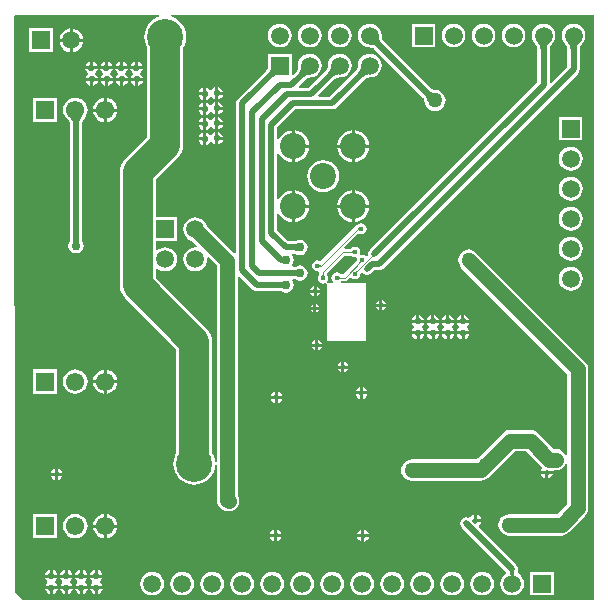
<source format=gbl>
G04*
G04 #@! TF.GenerationSoftware,Altium Limited,Altium Designer,18.0.9 (584)*
G04*
G04 Layer_Physical_Order=2*
G04 Layer_Color=16711680*
%FSAX24Y24*%
%MOIN*%
G70*
G01*
G75*
%ADD13C,0.0100*%
%ADD50C,0.0300*%
%ADD56C,0.0200*%
%ADD57C,0.0030*%
%ADD58C,0.0500*%
%ADD59C,0.1000*%
%ADD60R,0.0591X0.0591*%
%ADD61C,0.0591*%
%ADD62C,0.0866*%
%ADD63R,0.0591X0.0591*%
%ADD64C,0.0610*%
%ADD65R,0.0610X0.0610*%
%ADD66C,0.0200*%
%ADD67C,0.0500*%
%ADD68C,0.0150*%
%ADD69C,0.0220*%
%ADD70C,0.0090*%
%ADD71C,0.1200*%
G36*
X035746Y037761D02*
X035731Y037772D01*
X035712Y037778D01*
X035691D01*
X035667Y037772D01*
X035640Y037761D01*
X035610Y037744D01*
X035578Y037721D01*
X035543Y037693D01*
X035463Y037620D01*
X035322Y037761D01*
X035362Y037802D01*
X035424Y037876D01*
X035446Y037908D01*
X035463Y037938D01*
X035475Y037965D01*
X035480Y037989D01*
Y038010D01*
X035475Y038028D01*
X035463Y038044D01*
X035746Y037761D01*
D02*
G37*
G36*
X038755Y037760D02*
X038725Y037759D01*
X038697Y037756D01*
X038669Y037752D01*
X038643Y037745D01*
X038618Y037736D01*
X038594Y037726D01*
X038570Y037713D01*
X038548Y037698D01*
X038527Y037681D01*
X038506Y037663D01*
X038365Y037804D01*
X038384Y037824D01*
X038400Y037846D01*
X038415Y037868D01*
X038428Y037891D01*
X038439Y037915D01*
X038447Y037941D01*
X038454Y037967D01*
X038459Y037994D01*
X038462Y038023D01*
X038462Y038052D01*
X038755Y037760D01*
D02*
G37*
G36*
X037755D02*
X037725Y037759D01*
X037697Y037756D01*
X037669Y037752D01*
X037643Y037745D01*
X037618Y037736D01*
X037594Y037726D01*
X037570Y037713D01*
X037548Y037698D01*
X037527Y037681D01*
X037506Y037663D01*
X037365Y037804D01*
X037384Y037824D01*
X037401Y037846D01*
X037415Y037868D01*
X037428Y037891D01*
X037439Y037915D01*
X037447Y037941D01*
X037454Y037967D01*
X037459Y037994D01*
X037462Y038023D01*
X037462Y038052D01*
X037755Y037760D01*
D02*
G37*
G36*
X046234Y039740D02*
Y020227D01*
X027196D01*
X026932Y020491D01*
X026919Y039706D01*
X026954Y039741D01*
X031748D01*
X031755Y039691D01*
X031676Y039667D01*
X031554Y039602D01*
X031448Y039514D01*
X031360Y039408D01*
X031295Y039286D01*
X031255Y039154D01*
X031242Y039017D01*
X031255Y038880D01*
X031295Y038748D01*
X031342Y038660D01*
Y035666D01*
X030605Y034928D01*
X030530Y034837D01*
X030474Y034733D01*
X030440Y034620D01*
X030428Y034502D01*
Y030731D01*
X030440Y030613D01*
X030474Y030500D01*
X030530Y030396D01*
X030605Y030305D01*
X032308Y028601D01*
Y025141D01*
X032261Y025053D01*
X032221Y024921D01*
X032208Y024784D01*
X032221Y024647D01*
X032261Y024515D01*
X032326Y024393D01*
X032414Y024287D01*
X032520Y024199D01*
X032642Y024134D01*
X032774Y024094D01*
X032911Y024081D01*
X033048Y024094D01*
X033180Y024134D01*
X033302Y024199D01*
X033408Y024287D01*
X033496Y024393D01*
X033561Y024515D01*
X033601Y024647D01*
X033609Y024729D01*
X033659Y024727D01*
Y023586D01*
X033671Y023495D01*
X033706Y023409D01*
X033762Y023336D01*
X033805Y023293D01*
X033878Y023237D01*
X033964Y023202D01*
X034055Y023190D01*
X034146Y023202D01*
X034232Y023237D01*
X034305Y023293D01*
X034361Y023366D01*
X034396Y023452D01*
X034408Y023543D01*
X034396Y023634D01*
X034365Y023709D01*
Y026158D01*
X034372Y026211D01*
Y031007D01*
X034418Y031026D01*
X034857Y030588D01*
X034923Y030544D01*
X035001Y030528D01*
X035026Y030533D01*
X035825D01*
X035872Y030502D01*
X035970Y030482D01*
X036068Y030502D01*
X036150Y030557D01*
X036205Y030639D01*
X036225Y030737D01*
X036205Y030835D01*
X036165Y030895D01*
X036192Y030945D01*
X036275D01*
X036335Y030905D01*
X036433Y030885D01*
X036531Y030905D01*
X036613Y030960D01*
X036668Y031042D01*
X036688Y031140D01*
X036668Y031238D01*
X036613Y031320D01*
X036531Y031376D01*
X036433Y031395D01*
X036335Y031376D01*
X036302Y031353D01*
X036203D01*
X036178Y031403D01*
X036219Y031465D01*
X036239Y031563D01*
X036219Y031661D01*
X036170Y031735D01*
X036185Y031785D01*
X036291D01*
X036338Y031754D01*
X036436Y031734D01*
X036534Y031754D01*
X036616Y031809D01*
X036671Y031891D01*
X036691Y031989D01*
X036671Y032087D01*
X036616Y032169D01*
X036534Y032225D01*
X036436Y032244D01*
X036338Y032225D01*
X036293Y032194D01*
X036269Y032193D01*
X036052D01*
X035682Y032563D01*
Y033110D01*
X035732Y033120D01*
X035741Y033097D01*
X035827Y032986D01*
X035938Y032900D01*
X036068Y032847D01*
X036157Y032835D01*
Y033366D01*
Y033897D01*
X036068Y033885D01*
X035938Y033832D01*
X035827Y033746D01*
X035741Y033635D01*
X035732Y033612D01*
X035682Y033622D01*
Y035110D01*
X035732Y035120D01*
X035741Y035097D01*
X035827Y034986D01*
X035938Y034900D01*
X036068Y034847D01*
X036157Y034835D01*
Y035366D01*
Y035897D01*
X036068Y035885D01*
X035938Y035832D01*
X035827Y035746D01*
X035741Y035635D01*
X035732Y035612D01*
X035682Y035622D01*
Y035989D01*
X036296Y036603D01*
X037509D01*
X037587Y036619D01*
X037654Y036663D01*
X038600Y037610D01*
X038608Y037615D01*
X038623Y037625D01*
X038639Y037634D01*
X038655Y037641D01*
X038672Y037647D01*
X038691Y037652D01*
X038710Y037655D01*
X038731Y037657D01*
X038748Y037658D01*
X038757Y037656D01*
X038861Y037670D01*
X038957Y037710D01*
X039039Y037773D01*
X039103Y037856D01*
X039143Y037952D01*
X039156Y038055D01*
X039143Y038158D01*
X039103Y038254D01*
X039039Y038337D01*
X038957Y038400D01*
X038861Y038440D01*
X038757Y038454D01*
X038654Y038440D01*
X038558Y038400D01*
X038476Y038337D01*
X038412Y038254D01*
X038372Y038158D01*
X038359Y038055D01*
X038360Y038045D01*
X038360Y038029D01*
X038358Y038008D01*
X038354Y037988D01*
X038350Y037970D01*
X038344Y037953D01*
X038336Y037936D01*
X038328Y037921D01*
X038318Y037905D01*
X038312Y037898D01*
X037425Y037011D01*
X037067D01*
X037048Y037057D01*
X037600Y037610D01*
X037608Y037615D01*
X037623Y037625D01*
X037639Y037634D01*
X037655Y037641D01*
X037672Y037647D01*
X037691Y037652D01*
X037710Y037655D01*
X037731Y037657D01*
X037748Y037658D01*
X037757Y037656D01*
X037861Y037670D01*
X037957Y037710D01*
X038039Y037773D01*
X038103Y037856D01*
X038143Y037952D01*
X038156Y038055D01*
X038143Y038158D01*
X038103Y038254D01*
X038039Y038337D01*
X037957Y038400D01*
X037861Y038440D01*
X037757Y038454D01*
X037654Y038440D01*
X037558Y038400D01*
X037476Y038337D01*
X037412Y038254D01*
X037372Y038158D01*
X037359Y038055D01*
X037360Y038045D01*
X037360Y038029D01*
X037358Y038008D01*
X037354Y037988D01*
X037350Y037970D01*
X037344Y037953D01*
X037336Y037936D01*
X037328Y037921D01*
X037318Y037905D01*
X037312Y037898D01*
X036734Y037320D01*
X036412D01*
X036393Y037366D01*
X036627Y037600D01*
X036633Y037606D01*
X036649Y037616D01*
X036666Y037626D01*
X036683Y037634D01*
X036702Y037642D01*
X036721Y037648D01*
X036742Y037653D01*
X036764Y037656D01*
X036790Y037659D01*
X036799Y037662D01*
X036861Y037670D01*
X036957Y037710D01*
X037039Y037773D01*
X037103Y037856D01*
X037143Y037952D01*
X037156Y038055D01*
X037143Y038158D01*
X037103Y038254D01*
X037039Y038337D01*
X036957Y038400D01*
X036861Y038440D01*
X036757Y038454D01*
X036654Y038440D01*
X036558Y038400D01*
X036476Y038337D01*
X036412Y038254D01*
X036372Y038158D01*
X036359Y038055D01*
X036363Y038027D01*
X036362Y038021D01*
X036363Y037996D01*
X036363Y037977D01*
X036361Y037959D01*
X036357Y037942D01*
X036353Y037926D01*
X036346Y037911D01*
X036339Y037896D01*
X036330Y037882D01*
X036324Y037874D01*
X036199Y037749D01*
X036153Y037768D01*
Y038450D01*
X035362D01*
Y038048D01*
X035361Y038044D01*
X035362Y038040D01*
Y037966D01*
X035360Y037963D01*
X035343Y037938D01*
X035294Y037880D01*
X034361Y036947D01*
X034317Y036881D01*
X034301Y036803D01*
Y031816D01*
X034251Y031795D01*
X033326Y032720D01*
X033294Y032797D01*
X033231Y032880D01*
X033148Y032943D01*
X033052Y032983D01*
X032949Y032997D01*
X032846Y032983D01*
X032750Y032943D01*
X032667Y032880D01*
X032604Y032797D01*
X032564Y032701D01*
X032550Y032598D01*
X032564Y032495D01*
X032604Y032399D01*
X032667Y032316D01*
X032750Y032253D01*
X032827Y032221D01*
X033008Y032039D01*
X032985Y031992D01*
X032949Y031997D01*
X032846Y031983D01*
X032750Y031943D01*
X032667Y031880D01*
X032604Y031797D01*
X032564Y031701D01*
X032550Y031598D01*
X032564Y031495D01*
X032604Y031399D01*
X032667Y031316D01*
X032750Y031253D01*
X032846Y031213D01*
X032949Y031199D01*
X033052Y031213D01*
X033148Y031253D01*
X033231Y031316D01*
X033294Y031399D01*
X033334Y031495D01*
X033348Y031598D01*
X033343Y031634D01*
X033390Y031657D01*
X033666Y031382D01*
Y026257D01*
X033659Y026204D01*
Y024841D01*
X033609Y024839D01*
X033601Y024921D01*
X033561Y025053D01*
X033514Y025141D01*
Y028851D01*
X033502Y028969D01*
X033468Y029082D01*
X033412Y029186D01*
X033337Y029277D01*
X033337Y029277D01*
X031634Y030981D01*
Y031281D01*
X031684Y031303D01*
X031750Y031253D01*
X031846Y031213D01*
X031949Y031199D01*
X032052Y031213D01*
X032148Y031253D01*
X032231Y031316D01*
X032294Y031399D01*
X032334Y031495D01*
X032348Y031598D01*
X032334Y031701D01*
X032294Y031797D01*
X032231Y031880D01*
X032148Y031943D01*
X032052Y031983D01*
X031949Y031997D01*
X031846Y031983D01*
X031750Y031943D01*
X031684Y031893D01*
X031634Y031915D01*
Y032203D01*
X032344D01*
Y032993D01*
X031634D01*
Y034252D01*
X032371Y034990D01*
X032446Y035081D01*
X032502Y035185D01*
X032536Y035298D01*
X032548Y035416D01*
Y038660D01*
X032595Y038748D01*
X032635Y038880D01*
X032648Y039017D01*
X032635Y039154D01*
X032595Y039286D01*
X032530Y039408D01*
X032442Y039514D01*
X032336Y039602D01*
X032214Y039667D01*
X032135Y039691D01*
X032142Y039741D01*
X046234D01*
X046234Y039740D01*
D02*
G37*
G36*
X036780Y037761D02*
X036750Y037758D01*
X036721Y037753D01*
X036694Y037746D01*
X036668Y037738D01*
X036642Y037728D01*
X036618Y037716D01*
X036595Y037703D01*
X036573Y037688D01*
X036552Y037671D01*
X036532Y037652D01*
X036377Y037781D01*
X036396Y037801D01*
X036413Y037823D01*
X036427Y037845D01*
X036439Y037868D01*
X036449Y037892D01*
X036456Y037917D01*
X036462Y037943D01*
X036465Y037970D01*
X036465Y037998D01*
X036464Y038027D01*
X036780Y037761D01*
D02*
G37*
G36*
X036329Y031884D02*
X036327Y031885D01*
X036324Y031886D01*
X036318Y031887D01*
X036303Y031888D01*
X036251Y031889D01*
X036234Y031889D01*
Y032089D01*
X036329Y032094D01*
Y031884D01*
D02*
G37*
G36*
X036320Y031042D02*
X036318Y031043D01*
X036314Y031044D01*
X036308Y031045D01*
X036301Y031046D01*
X036282Y031048D01*
X036224Y031049D01*
X036240Y031249D01*
X036332Y031251D01*
X036320Y031042D01*
D02*
G37*
G36*
X035863Y030632D02*
X035861Y030633D01*
X035858Y030634D01*
X035852Y030635D01*
X035837Y030636D01*
X035785Y030637D01*
X035768Y030637D01*
Y030837D01*
X035863Y030842D01*
Y030632D01*
D02*
G37*
%LPC*%
G36*
X028863Y039290D02*
Y038948D01*
X029205D01*
X029198Y039001D01*
X029158Y039097D01*
X029095Y039180D01*
X029012Y039243D01*
X028916Y039283D01*
X028863Y039290D01*
D02*
G37*
G36*
X028763D02*
X028709Y039283D01*
X028613Y039243D01*
X028531Y039180D01*
X028467Y039097D01*
X028428Y039001D01*
X028421Y038948D01*
X028763D01*
Y039290D01*
D02*
G37*
G36*
X040948Y039450D02*
X040157D01*
Y038660D01*
X040948D01*
Y039450D01*
D02*
G37*
G36*
X043553Y039454D02*
X043450Y039440D01*
X043353Y039400D01*
X043271Y039337D01*
X043207Y039254D01*
X043168Y039158D01*
X043154Y039055D01*
X043168Y038952D01*
X043207Y038856D01*
X043271Y038773D01*
X043353Y038710D01*
X043450Y038670D01*
X043553Y038656D01*
X043656Y038670D01*
X043752Y038710D01*
X043835Y038773D01*
X043898Y038856D01*
X043938Y038952D01*
X043951Y039055D01*
X043938Y039158D01*
X043898Y039254D01*
X043835Y039337D01*
X043752Y039400D01*
X043656Y039440D01*
X043553Y039454D01*
D02*
G37*
G36*
X042553D02*
X042450Y039440D01*
X042353Y039400D01*
X042271Y039337D01*
X042207Y039254D01*
X042168Y039158D01*
X042154Y039055D01*
X042168Y038952D01*
X042207Y038856D01*
X042271Y038773D01*
X042353Y038710D01*
X042450Y038670D01*
X042553Y038656D01*
X042656Y038670D01*
X042752Y038710D01*
X042835Y038773D01*
X042898Y038856D01*
X042938Y038952D01*
X042951Y039055D01*
X042938Y039158D01*
X042898Y039254D01*
X042835Y039337D01*
X042752Y039400D01*
X042656Y039440D01*
X042553Y039454D01*
D02*
G37*
G36*
X041553D02*
X041450Y039440D01*
X041353Y039400D01*
X041271Y039337D01*
X041207Y039254D01*
X041168Y039158D01*
X041154Y039055D01*
X041168Y038952D01*
X041207Y038856D01*
X041271Y038773D01*
X041353Y038710D01*
X041450Y038670D01*
X041553Y038656D01*
X041656Y038670D01*
X041752Y038710D01*
X041835Y038773D01*
X041898Y038856D01*
X041938Y038952D01*
X041951Y039055D01*
X041938Y039158D01*
X041898Y039254D01*
X041835Y039337D01*
X041752Y039400D01*
X041656Y039440D01*
X041553Y039454D01*
D02*
G37*
G36*
X037757D02*
X037654Y039440D01*
X037558Y039400D01*
X037476Y039337D01*
X037412Y039254D01*
X037372Y039158D01*
X037359Y039055D01*
X037372Y038952D01*
X037412Y038856D01*
X037476Y038773D01*
X037558Y038710D01*
X037654Y038670D01*
X037757Y038656D01*
X037861Y038670D01*
X037957Y038710D01*
X038039Y038773D01*
X038103Y038856D01*
X038143Y038952D01*
X038156Y039055D01*
X038143Y039158D01*
X038103Y039254D01*
X038039Y039337D01*
X037957Y039400D01*
X037861Y039440D01*
X037757Y039454D01*
D02*
G37*
G36*
X036757D02*
X036654Y039440D01*
X036558Y039400D01*
X036476Y039337D01*
X036412Y039254D01*
X036372Y039158D01*
X036359Y039055D01*
X036372Y038952D01*
X036412Y038856D01*
X036476Y038773D01*
X036558Y038710D01*
X036654Y038670D01*
X036757Y038656D01*
X036861Y038670D01*
X036957Y038710D01*
X037039Y038773D01*
X037103Y038856D01*
X037143Y038952D01*
X037156Y039055D01*
X037143Y039158D01*
X037103Y039254D01*
X037039Y039337D01*
X036957Y039400D01*
X036861Y039440D01*
X036757Y039454D01*
D02*
G37*
G36*
X035757D02*
X035654Y039440D01*
X035558Y039400D01*
X035476Y039337D01*
X035412Y039254D01*
X035372Y039158D01*
X035359Y039055D01*
X035372Y038952D01*
X035412Y038856D01*
X035476Y038773D01*
X035558Y038710D01*
X035654Y038670D01*
X035757Y038656D01*
X035861Y038670D01*
X035957Y038710D01*
X036039Y038773D01*
X036103Y038856D01*
X036143Y038952D01*
X036156Y039055D01*
X036143Y039158D01*
X036103Y039254D01*
X036039Y039337D01*
X035957Y039400D01*
X035861Y039440D01*
X035757Y039454D01*
D02*
G37*
G36*
X029205Y038848D02*
X028863D01*
Y038506D01*
X028916Y038513D01*
X029012Y038552D01*
X029095Y038616D01*
X029158Y038698D01*
X029198Y038794D01*
X029205Y038848D01*
D02*
G37*
G36*
X028763D02*
X028421D01*
X028428Y038794D01*
X028467Y038698D01*
X028531Y038616D01*
X028613Y038552D01*
X028709Y038513D01*
X028763Y038506D01*
Y038848D01*
D02*
G37*
G36*
X028208Y039293D02*
X027417D01*
Y038502D01*
X028208D01*
Y039293D01*
D02*
G37*
G36*
X031034Y038188D02*
Y038034D01*
X031188D01*
X031182Y038066D01*
X031135Y038135D01*
X031066Y038182D01*
X031034Y038188D01*
D02*
G37*
G36*
X030934D02*
X030902Y038182D01*
X030833Y038135D01*
X030786Y038066D01*
X030780Y038034D01*
X030934D01*
Y038188D01*
D02*
G37*
G36*
X030534D02*
Y038034D01*
X030688D01*
X030682Y038066D01*
X030635Y038135D01*
X030566Y038182D01*
X030534Y038188D01*
D02*
G37*
G36*
X030434D02*
X030402Y038182D01*
X030333Y038135D01*
X030286Y038066D01*
X030280Y038034D01*
X030434D01*
Y038188D01*
D02*
G37*
G36*
X030034D02*
Y038034D01*
X030188D01*
X030182Y038066D01*
X030135Y038135D01*
X030066Y038182D01*
X030034Y038188D01*
D02*
G37*
G36*
X029934D02*
X029902Y038182D01*
X029833Y038135D01*
X029786Y038066D01*
X029780Y038034D01*
X029934D01*
Y038188D01*
D02*
G37*
G36*
X029534D02*
Y038034D01*
X029688D01*
X029682Y038066D01*
X029635Y038135D01*
X029566Y038182D01*
X029534Y038188D01*
D02*
G37*
G36*
X029434D02*
X029402Y038182D01*
X029333Y038135D01*
X029286Y038066D01*
X029280Y038034D01*
X029434D01*
Y038188D01*
D02*
G37*
G36*
X031188Y037934D02*
X030780D01*
X030786Y037902D01*
X030833Y037833D01*
X030861Y037814D01*
Y037753D01*
X030842Y037740D01*
X030795Y037671D01*
X030789Y037639D01*
X031197D01*
X031191Y037671D01*
X031144Y037740D01*
X031116Y037759D01*
Y037820D01*
X031135Y037833D01*
X031182Y037902D01*
X031188Y037934D01*
D02*
G37*
G36*
X030688D02*
X030280D01*
X030286Y037902D01*
X030333Y037833D01*
X030361Y037814D01*
Y037753D01*
X030342Y037740D01*
X030295Y037671D01*
X030289Y037639D01*
X030697D01*
X030691Y037671D01*
X030644Y037740D01*
X030616Y037759D01*
Y037820D01*
X030635Y037833D01*
X030682Y037902D01*
X030688Y037934D01*
D02*
G37*
G36*
X030188D02*
X029780D01*
X029786Y037902D01*
X029833Y037833D01*
X029861Y037814D01*
Y037753D01*
X029842Y037740D01*
X029795Y037671D01*
X029789Y037639D01*
X030197D01*
X030191Y037671D01*
X030144Y037740D01*
X030116Y037759D01*
Y037820D01*
X030135Y037833D01*
X030182Y037902D01*
X030188Y037934D01*
D02*
G37*
G36*
X029688D02*
X029280D01*
X029286Y037902D01*
X029333Y037833D01*
X029361Y037814D01*
Y037753D01*
X029342Y037740D01*
X029295Y037671D01*
X029289Y037639D01*
X029697D01*
X029691Y037671D01*
X029644Y037740D01*
X029616Y037759D01*
Y037820D01*
X029635Y037833D01*
X029682Y037902D01*
X029688Y037934D01*
D02*
G37*
G36*
X045553Y039454D02*
X045450Y039440D01*
X045353Y039400D01*
X045271Y039337D01*
X045207Y039254D01*
X045168Y039158D01*
X045154Y039055D01*
X045168Y038952D01*
X045207Y038856D01*
X045271Y038773D01*
X045279Y038767D01*
X045290Y038755D01*
X045303Y038739D01*
X045315Y038723D01*
X045325Y038707D01*
X045333Y038690D01*
X045339Y038673D01*
X045344Y038656D01*
X045348Y038638D01*
X045349Y038629D01*
Y038011D01*
X044803Y037465D01*
X044757Y037484D01*
Y038629D01*
X044758Y038638D01*
X044761Y038656D01*
X044766Y038673D01*
X044773Y038690D01*
X044781Y038707D01*
X044791Y038723D01*
X044802Y038739D01*
X044815Y038755D01*
X044827Y038767D01*
X044835Y038773D01*
X044898Y038856D01*
X044938Y038952D01*
X044951Y039055D01*
X044938Y039158D01*
X044898Y039254D01*
X044835Y039337D01*
X044752Y039400D01*
X044656Y039440D01*
X044553Y039454D01*
X044450Y039440D01*
X044353Y039400D01*
X044271Y039337D01*
X044207Y039254D01*
X044168Y039158D01*
X044154Y039055D01*
X044168Y038952D01*
X044207Y038856D01*
X044271Y038773D01*
X044279Y038767D01*
X044290Y038755D01*
X044303Y038739D01*
X044315Y038723D01*
X044325Y038707D01*
X044333Y038690D01*
X044339Y038673D01*
X044344Y038656D01*
X044348Y038638D01*
X044349Y038629D01*
Y037496D01*
X038781Y031928D01*
X038763Y031916D01*
X038719Y031850D01*
X038703Y031772D01*
X038710Y031735D01*
X038671Y031696D01*
X038634Y031699D01*
X038576Y031738D01*
X038508Y031751D01*
X038469Y031744D01*
X038461Y031749D01*
X038430Y031787D01*
X038440Y031837D01*
X038427Y031905D01*
X038388Y031963D01*
X038330Y032002D01*
X038262Y032015D01*
X038194Y032002D01*
X038136Y031963D01*
X038132Y031958D01*
X038128Y031954D01*
X037933D01*
X037914Y032000D01*
X038383Y032469D01*
X038408Y032453D01*
X038476Y032440D01*
X038544Y032453D01*
X038602Y032492D01*
X038641Y032550D01*
X038654Y032618D01*
X038641Y032686D01*
X038602Y032744D01*
X038544Y032783D01*
X038476Y032796D01*
X038408Y032783D01*
X038350Y032744D01*
X038340Y032730D01*
X038321Y032726D01*
X038283Y032701D01*
X037113Y031531D01*
X037084Y031550D01*
X037016Y031563D01*
X036948Y031550D01*
X036890Y031511D01*
X036851Y031453D01*
X036838Y031385D01*
X036851Y031317D01*
X036890Y031259D01*
X036948Y031220D01*
X037016Y031207D01*
X037039Y031211D01*
X037082Y031169D01*
Y031096D01*
X037079Y031092D01*
X037073Y031088D01*
X037034Y031030D01*
X037021Y030962D01*
X037034Y030894D01*
X037073Y030836D01*
X037131Y030797D01*
X037199Y030784D01*
X037267Y030797D01*
X037277Y030804D01*
X037325Y030776D01*
X037325Y030761D01*
X037324Y028920D01*
X037324Y028891D01*
X037339Y028876D01*
X037368Y028876D01*
X038628D01*
Y030795D01*
X038625Y030798D01*
X037820D01*
X037797Y030848D01*
X037814Y030868D01*
X037920D01*
X037965Y030877D01*
X038003Y030902D01*
X038093Y030992D01*
X038143Y030987D01*
X038145Y030984D01*
X038203Y030945D01*
X038271Y030932D01*
X038339Y030945D01*
X038397Y030984D01*
X038436Y031042D01*
X038449Y031110D01*
X038465Y031124D01*
X038517Y031133D01*
X038583Y031089D01*
X038661Y031073D01*
X038679D01*
X038757Y031089D01*
X038823Y031133D01*
X038916Y031226D01*
X039056D01*
X039134Y031242D01*
X039200Y031286D01*
X045697Y037783D01*
X045697Y037783D01*
X045741Y037849D01*
X045757Y037927D01*
Y038629D01*
X045758Y038638D01*
X045761Y038656D01*
X045766Y038673D01*
X045773Y038690D01*
X045781Y038707D01*
X045791Y038723D01*
X045802Y038739D01*
X045815Y038755D01*
X045827Y038767D01*
X045835Y038773D01*
X045898Y038856D01*
X045938Y038952D01*
X045951Y039055D01*
X045938Y039158D01*
X045898Y039254D01*
X045835Y039337D01*
X045752Y039400D01*
X045656Y039440D01*
X045553Y039454D01*
D02*
G37*
G36*
X031197Y037539D02*
X031043D01*
Y037385D01*
X031075Y037391D01*
X031144Y037438D01*
X031191Y037507D01*
X031197Y037539D01*
D02*
G37*
G36*
X030943D02*
X030789D01*
X030795Y037507D01*
X030842Y037438D01*
X030911Y037391D01*
X030943Y037385D01*
Y037539D01*
D02*
G37*
G36*
X030697D02*
X030543D01*
Y037385D01*
X030575Y037391D01*
X030644Y037438D01*
X030691Y037507D01*
X030697Y037539D01*
D02*
G37*
G36*
X030443D02*
X030289D01*
X030295Y037507D01*
X030342Y037438D01*
X030411Y037391D01*
X030443Y037385D01*
Y037539D01*
D02*
G37*
G36*
X030197D02*
X030043D01*
Y037385D01*
X030075Y037391D01*
X030144Y037438D01*
X030191Y037507D01*
X030197Y037539D01*
D02*
G37*
G36*
X029943D02*
X029789D01*
X029795Y037507D01*
X029842Y037438D01*
X029911Y037391D01*
X029943Y037385D01*
Y037539D01*
D02*
G37*
G36*
X029697D02*
X029543D01*
Y037385D01*
X029575Y037391D01*
X029644Y037438D01*
X029691Y037507D01*
X029697Y037539D01*
D02*
G37*
G36*
X029443D02*
X029289D01*
X029295Y037507D01*
X029342Y037438D01*
X029411Y037391D01*
X029443Y037385D01*
Y037539D01*
D02*
G37*
G36*
X033609Y037333D02*
X033577Y037327D01*
X033508Y037280D01*
X033489Y037252D01*
X033428D01*
X033415Y037271D01*
X033346Y037318D01*
X033314Y037324D01*
Y037120D01*
Y036916D01*
X033346Y036922D01*
X033415Y036969D01*
X033434Y036997D01*
X033495D01*
X033508Y036978D01*
X033577Y036931D01*
X033609Y036925D01*
Y037129D01*
Y037333D01*
D02*
G37*
G36*
X033709D02*
Y037179D01*
X033863D01*
X033857Y037211D01*
X033810Y037280D01*
X033741Y037327D01*
X033709Y037333D01*
D02*
G37*
G36*
X033214Y037324D02*
X033182Y037318D01*
X033113Y037271D01*
X033066Y037202D01*
X033060Y037170D01*
X033214D01*
Y037324D01*
D02*
G37*
G36*
X033863Y037079D02*
X033709D01*
Y036925D01*
X033741Y036931D01*
X033810Y036978D01*
X033857Y037047D01*
X033863Y037079D01*
D02*
G37*
G36*
X033214Y037070D02*
X033060D01*
X033066Y037038D01*
X033113Y036969D01*
X033182Y036922D01*
X033214Y036916D01*
Y037070D01*
D02*
G37*
G36*
X033609Y036833D02*
X033577Y036827D01*
X033508Y036780D01*
X033489Y036752D01*
X033428D01*
X033415Y036771D01*
X033346Y036818D01*
X033314Y036824D01*
Y036620D01*
Y036416D01*
X033346Y036422D01*
X033415Y036469D01*
X033434Y036497D01*
X033495D01*
X033508Y036478D01*
X033577Y036431D01*
X033609Y036425D01*
Y036629D01*
Y036833D01*
D02*
G37*
G36*
X033709D02*
Y036679D01*
X033863D01*
X033857Y036711D01*
X033810Y036780D01*
X033741Y036827D01*
X033709Y036833D01*
D02*
G37*
G36*
X033214Y036824D02*
X033182Y036818D01*
X033113Y036771D01*
X033066Y036702D01*
X033060Y036670D01*
X033214D01*
Y036824D01*
D02*
G37*
G36*
X029996Y036973D02*
Y036621D01*
X030348D01*
X030341Y036677D01*
X030300Y036775D01*
X030235Y036860D01*
X030151Y036925D01*
X030052Y036966D01*
X029996Y036973D01*
D02*
G37*
G36*
X029896D02*
X029841Y036966D01*
X029742Y036925D01*
X029658Y036860D01*
X029593Y036775D01*
X029552Y036677D01*
X029544Y036621D01*
X029896D01*
Y036973D01*
D02*
G37*
G36*
X038757Y039454D02*
X038654Y039440D01*
X038558Y039400D01*
X038476Y039337D01*
X038412Y039254D01*
X038372Y039158D01*
X038359Y039055D01*
X038372Y038952D01*
X038412Y038856D01*
X038476Y038773D01*
X038558Y038710D01*
X038654Y038670D01*
X038757Y038656D01*
X038767Y038658D01*
X038784Y038657D01*
X038805Y038655D01*
X038824Y038652D01*
X038843Y038647D01*
X038860Y038641D01*
X038876Y038634D01*
X038892Y038625D01*
X038907Y038615D01*
X038915Y038610D01*
X040542Y036983D01*
X040543Y036981D01*
X040553Y036968D01*
X040561Y036955D01*
X040567Y036943D01*
X040572Y036931D01*
X040576Y036919D01*
X040579Y036907D01*
X040581Y036895D01*
X040581Y036894D01*
X040582Y036889D01*
X040582Y036878D01*
X040584Y036874D01*
X040593Y036803D01*
X040628Y036717D01*
X040684Y036644D01*
X040757Y036588D01*
X040843Y036553D01*
X040934Y036541D01*
X041025Y036553D01*
X041111Y036588D01*
X041184Y036644D01*
X041240Y036717D01*
X041275Y036803D01*
X041287Y036894D01*
X041275Y036985D01*
X041240Y037071D01*
X041184Y037144D01*
X041111Y037200D01*
X041025Y037235D01*
X040934Y037247D01*
X040921Y037245D01*
X040920Y037246D01*
X040904Y037245D01*
X040893Y037246D01*
X040882Y037248D01*
X040871Y037251D01*
X040860Y037256D01*
X040849Y037261D01*
X040837Y037268D01*
X040824Y037277D01*
X040822Y037279D01*
X039203Y038898D01*
X039197Y038905D01*
X039187Y038921D01*
X039179Y038936D01*
X039171Y038953D01*
X039165Y038970D01*
X039161Y038988D01*
X039157Y039008D01*
X039155Y039029D01*
X039155Y039045D01*
X039156Y039055D01*
X039143Y039158D01*
X039103Y039254D01*
X039039Y039337D01*
X038957Y039400D01*
X038861Y039440D01*
X038757Y039454D01*
D02*
G37*
G36*
X033863Y036579D02*
X033709D01*
Y036425D01*
X033741Y036431D01*
X033810Y036478D01*
X033857Y036547D01*
X033863Y036579D01*
D02*
G37*
G36*
X033214Y036570D02*
X033060D01*
X033066Y036538D01*
X033113Y036469D01*
X033182Y036422D01*
X033214Y036416D01*
Y036570D01*
D02*
G37*
G36*
X033609Y036333D02*
X033577Y036327D01*
X033508Y036280D01*
X033489Y036252D01*
X033428D01*
X033415Y036271D01*
X033346Y036318D01*
X033314Y036324D01*
Y036120D01*
Y035916D01*
X033346Y035922D01*
X033415Y035969D01*
X033434Y035997D01*
X033495D01*
X033508Y035978D01*
X033577Y035931D01*
X033609Y035925D01*
Y036129D01*
Y036333D01*
D02*
G37*
G36*
X033709D02*
Y036179D01*
X033863D01*
X033857Y036211D01*
X033810Y036280D01*
X033741Y036327D01*
X033709Y036333D01*
D02*
G37*
G36*
X033214Y036324D02*
X033182Y036318D01*
X033113Y036271D01*
X033066Y036202D01*
X033060Y036170D01*
X033214D01*
Y036324D01*
D02*
G37*
G36*
X030348Y036521D02*
X029996D01*
Y036169D01*
X030052Y036176D01*
X030151Y036217D01*
X030235Y036282D01*
X030300Y036367D01*
X030341Y036465D01*
X030348Y036521D01*
D02*
G37*
G36*
X029896D02*
X029544D01*
X029552Y036465D01*
X029593Y036367D01*
X029658Y036282D01*
X029742Y036217D01*
X029841Y036176D01*
X029896Y036169D01*
Y036521D01*
D02*
G37*
G36*
X028352Y036976D02*
X027541D01*
Y036166D01*
X028352D01*
Y036976D01*
D02*
G37*
G36*
X033863Y036079D02*
X033709D01*
Y035925D01*
X033741Y035931D01*
X033810Y035978D01*
X033857Y036047D01*
X033863Y036079D01*
D02*
G37*
G36*
X033214Y036070D02*
X033060D01*
X033066Y036038D01*
X033113Y035969D01*
X033182Y035922D01*
X033214Y035916D01*
Y036070D01*
D02*
G37*
G36*
X033609Y035833D02*
X033577Y035827D01*
X033508Y035780D01*
X033489Y035752D01*
X033428D01*
X033415Y035771D01*
X033346Y035818D01*
X033314Y035824D01*
Y035620D01*
Y035416D01*
X033346Y035422D01*
X033415Y035469D01*
X033434Y035497D01*
X033495D01*
X033508Y035478D01*
X033577Y035431D01*
X033609Y035425D01*
Y035629D01*
Y035833D01*
D02*
G37*
G36*
X033709D02*
Y035679D01*
X033863D01*
X033857Y035711D01*
X033810Y035780D01*
X033741Y035827D01*
X033709Y035833D01*
D02*
G37*
G36*
X033214Y035824D02*
X033182Y035818D01*
X033113Y035771D01*
X033066Y035702D01*
X033060Y035670D01*
X033214D01*
Y035824D01*
D02*
G37*
G36*
X045852Y036348D02*
X045062D01*
Y035557D01*
X045852D01*
Y036348D01*
D02*
G37*
G36*
X033863Y035579D02*
X033709D01*
Y035425D01*
X033741Y035431D01*
X033810Y035478D01*
X033857Y035547D01*
X033863Y035579D01*
D02*
G37*
G36*
X038257Y035897D02*
Y035416D01*
X038738D01*
X038726Y035505D01*
X038673Y035635D01*
X038587Y035746D01*
X038476Y035832D01*
X038346Y035885D01*
X038257Y035897D01*
D02*
G37*
G36*
X036257D02*
Y035416D01*
X036738D01*
X036726Y035505D01*
X036673Y035635D01*
X036587Y035746D01*
X036476Y035832D01*
X036346Y035885D01*
X036257Y035897D01*
D02*
G37*
G36*
X038157D02*
X038068Y035885D01*
X037938Y035832D01*
X037827Y035746D01*
X037741Y035635D01*
X037688Y035505D01*
X037676Y035416D01*
X038157D01*
Y035897D01*
D02*
G37*
G36*
X033214Y035570D02*
X033060D01*
X033066Y035538D01*
X033113Y035469D01*
X033182Y035422D01*
X033214Y035416D01*
Y035570D01*
D02*
G37*
G36*
X038738Y035316D02*
X038257D01*
Y034835D01*
X038346Y034847D01*
X038476Y034900D01*
X038587Y034986D01*
X038673Y035097D01*
X038726Y035227D01*
X038738Y035316D01*
D02*
G37*
G36*
X036738D02*
X036257D01*
Y034835D01*
X036346Y034847D01*
X036476Y034900D01*
X036587Y034986D01*
X036673Y035097D01*
X036726Y035227D01*
X036738Y035316D01*
D02*
G37*
G36*
X038157D02*
X037676D01*
X037688Y035227D01*
X037741Y035097D01*
X037827Y034986D01*
X037938Y034900D01*
X038068Y034847D01*
X038157Y034835D01*
Y035316D01*
D02*
G37*
G36*
X045457Y035351D02*
X045354Y035338D01*
X045258Y035298D01*
X045175Y035235D01*
X045112Y035152D01*
X045072Y035056D01*
X045058Y034953D01*
X045072Y034850D01*
X045112Y034753D01*
X045175Y034671D01*
X045258Y034607D01*
X045354Y034568D01*
X045457Y034554D01*
X045560Y034568D01*
X045656Y034607D01*
X045739Y034671D01*
X045802Y034753D01*
X045842Y034850D01*
X045856Y034953D01*
X045842Y035056D01*
X045802Y035152D01*
X045739Y035235D01*
X045656Y035298D01*
X045560Y035338D01*
X045457Y035351D01*
D02*
G37*
G36*
X037207Y034904D02*
X037068Y034885D01*
X036938Y034832D01*
X036827Y034746D01*
X036741Y034635D01*
X036688Y034505D01*
X036669Y034366D01*
X036688Y034227D01*
X036741Y034097D01*
X036827Y033986D01*
X036938Y033900D01*
X037068Y033847D01*
X037207Y033828D01*
X037346Y033847D01*
X037476Y033900D01*
X037587Y033986D01*
X037673Y034097D01*
X037726Y034227D01*
X037745Y034366D01*
X037726Y034505D01*
X037673Y034635D01*
X037587Y034746D01*
X037476Y034832D01*
X037346Y034885D01*
X037207Y034904D01*
D02*
G37*
G36*
X045457Y034351D02*
X045354Y034338D01*
X045258Y034298D01*
X045175Y034235D01*
X045112Y034152D01*
X045072Y034056D01*
X045058Y033953D01*
X045072Y033850D01*
X045112Y033753D01*
X045175Y033671D01*
X045258Y033607D01*
X045354Y033568D01*
X045457Y033554D01*
X045560Y033568D01*
X045656Y033607D01*
X045739Y033671D01*
X045802Y033753D01*
X045842Y033850D01*
X045856Y033953D01*
X045842Y034056D01*
X045802Y034152D01*
X045739Y034235D01*
X045656Y034298D01*
X045560Y034338D01*
X045457Y034351D01*
D02*
G37*
G36*
X036257Y033897D02*
Y033416D01*
X036738D01*
X036726Y033505D01*
X036673Y033635D01*
X036587Y033746D01*
X036476Y033832D01*
X036346Y033885D01*
X036257Y033897D01*
D02*
G37*
G36*
X038257D02*
Y033416D01*
X038738D01*
X038726Y033505D01*
X038673Y033635D01*
X038587Y033746D01*
X038476Y033832D01*
X038346Y033885D01*
X038257Y033897D01*
D02*
G37*
G36*
X038157D02*
X038068Y033885D01*
X037938Y033832D01*
X037827Y033746D01*
X037741Y033635D01*
X037688Y033505D01*
X037676Y033416D01*
X038157D01*
Y033897D01*
D02*
G37*
G36*
X038738Y033316D02*
X038257D01*
Y032835D01*
X038346Y032847D01*
X038476Y032900D01*
X038587Y032986D01*
X038673Y033097D01*
X038726Y033227D01*
X038738Y033316D01*
D02*
G37*
G36*
X036738D02*
X036257D01*
Y032835D01*
X036346Y032847D01*
X036476Y032900D01*
X036587Y032986D01*
X036673Y033097D01*
X036726Y033227D01*
X036738Y033316D01*
D02*
G37*
G36*
X038157D02*
X037676D01*
X037688Y033227D01*
X037741Y033097D01*
X037827Y032986D01*
X037938Y032900D01*
X038068Y032847D01*
X038157Y032835D01*
Y033316D01*
D02*
G37*
G36*
X045457Y033351D02*
X045354Y033338D01*
X045258Y033298D01*
X045175Y033235D01*
X045112Y033152D01*
X045072Y033056D01*
X045058Y032953D01*
X045072Y032850D01*
X045112Y032753D01*
X045175Y032671D01*
X045258Y032607D01*
X045354Y032568D01*
X045457Y032554D01*
X045560Y032568D01*
X045656Y032607D01*
X045739Y032671D01*
X045802Y032753D01*
X045842Y032850D01*
X045856Y032953D01*
X045842Y033056D01*
X045802Y033152D01*
X045739Y033235D01*
X045656Y033298D01*
X045560Y033338D01*
X045457Y033351D01*
D02*
G37*
G36*
X028946Y036980D02*
X028841Y036966D01*
X028742Y036925D01*
X028658Y036860D01*
X028593Y036775D01*
X028552Y036677D01*
X028538Y036571D01*
X028552Y036465D01*
X028593Y036367D01*
X028658Y036282D01*
X028682Y036263D01*
X028686Y036258D01*
X028706Y036241D01*
X028721Y036225D01*
X028733Y036210D01*
X028744Y036195D01*
X028752Y036179D01*
X028759Y036163D01*
X028765Y036147D01*
X028769Y036130D01*
X028770Y036119D01*
Y032196D01*
X028739Y032149D01*
X028719Y032051D01*
X028739Y031953D01*
X028794Y031871D01*
X028876Y031816D01*
X028974Y031796D01*
X029072Y031816D01*
X029154Y031871D01*
X029209Y031953D01*
X029229Y032051D01*
X029209Y032149D01*
X029179Y032194D01*
X029178Y032218D01*
Y036141D01*
X029179Y036150D01*
X029183Y036170D01*
X029188Y036189D01*
X029195Y036208D01*
X029204Y036228D01*
X029214Y036247D01*
X029226Y036267D01*
X029240Y036287D01*
X029258Y036309D01*
X029262Y036317D01*
X029300Y036367D01*
X029341Y036465D01*
X029355Y036571D01*
X029341Y036677D01*
X029300Y036775D01*
X029235Y036860D01*
X029151Y036925D01*
X029052Y036966D01*
X028946Y036980D01*
D02*
G37*
G36*
X045457Y032351D02*
X045354Y032338D01*
X045258Y032298D01*
X045175Y032235D01*
X045112Y032152D01*
X045072Y032056D01*
X045058Y031953D01*
X045072Y031850D01*
X045112Y031753D01*
X045175Y031671D01*
X045258Y031607D01*
X045354Y031568D01*
X045457Y031554D01*
X045560Y031568D01*
X045656Y031607D01*
X045739Y031671D01*
X045802Y031753D01*
X045842Y031850D01*
X045856Y031953D01*
X045842Y032056D01*
X045802Y032152D01*
X045739Y032235D01*
X045656Y032298D01*
X045560Y032338D01*
X045457Y032351D01*
D02*
G37*
G36*
X036998Y030696D02*
Y030578D01*
X037116D01*
X037113Y030596D01*
X037074Y030654D01*
X037016Y030693D01*
X036998Y030696D01*
D02*
G37*
G36*
X036898D02*
X036880Y030693D01*
X036822Y030654D01*
X036783Y030596D01*
X036780Y030578D01*
X036898D01*
Y030696D01*
D02*
G37*
G36*
X045457Y031351D02*
X045354Y031338D01*
X045258Y031298D01*
X045175Y031235D01*
X045112Y031152D01*
X045072Y031056D01*
X045058Y030953D01*
X045072Y030850D01*
X045112Y030753D01*
X045175Y030671D01*
X045258Y030607D01*
X045354Y030568D01*
X045457Y030554D01*
X045560Y030568D01*
X045656Y030607D01*
X045739Y030671D01*
X045802Y030753D01*
X045842Y030850D01*
X045856Y030953D01*
X045842Y031056D01*
X045802Y031152D01*
X045739Y031235D01*
X045656Y031298D01*
X045560Y031338D01*
X045457Y031351D01*
D02*
G37*
G36*
X037116Y030478D02*
X036998D01*
Y030360D01*
X037016Y030363D01*
X037074Y030402D01*
X037113Y030460D01*
X037116Y030478D01*
D02*
G37*
G36*
X036898D02*
X036780D01*
X036783Y030460D01*
X036822Y030402D01*
X036880Y030363D01*
X036898Y030360D01*
Y030478D01*
D02*
G37*
G36*
X039175Y030227D02*
Y030109D01*
X039293D01*
X039290Y030127D01*
X039251Y030185D01*
X039193Y030224D01*
X039175Y030227D01*
D02*
G37*
G36*
X039075D02*
X039057Y030224D01*
X038999Y030185D01*
X038960Y030127D01*
X038957Y030109D01*
X039075D01*
Y030227D01*
D02*
G37*
G36*
X036980Y030109D02*
Y030021D01*
X037068D01*
X037067Y030028D01*
X037035Y030076D01*
X036987Y030108D01*
X036980Y030109D01*
D02*
G37*
G36*
X036880D02*
X036873Y030108D01*
X036825Y030076D01*
X036793Y030028D01*
X036792Y030021D01*
X036880D01*
Y030109D01*
D02*
G37*
G36*
X039293Y030009D02*
X039175D01*
Y029891D01*
X039193Y029894D01*
X039251Y029933D01*
X039290Y029991D01*
X039293Y030009D01*
D02*
G37*
G36*
X039075D02*
X038957D01*
X038960Y029991D01*
X038999Y029933D01*
X039057Y029894D01*
X039075Y029891D01*
Y030009D01*
D02*
G37*
G36*
X037068Y029921D02*
X036980D01*
Y029833D01*
X036987Y029834D01*
X037035Y029866D01*
X037067Y029914D01*
X037068Y029921D01*
D02*
G37*
G36*
X036880D02*
X036792D01*
X036793Y029914D01*
X036825Y029866D01*
X036873Y029834D01*
X036880Y029833D01*
Y029921D01*
D02*
G37*
G36*
X041911Y029738D02*
Y029584D01*
X042065D01*
X042059Y029616D01*
X042012Y029685D01*
X041943Y029732D01*
X041911Y029738D01*
D02*
G37*
G36*
X041811D02*
X041779Y029732D01*
X041710Y029685D01*
X041663Y029616D01*
X041657Y029584D01*
X041811D01*
Y029738D01*
D02*
G37*
G36*
X041411D02*
Y029584D01*
X041565D01*
X041559Y029616D01*
X041512Y029685D01*
X041443Y029732D01*
X041411Y029738D01*
D02*
G37*
G36*
X041311D02*
X041279Y029732D01*
X041210Y029685D01*
X041163Y029616D01*
X041157Y029584D01*
X041311D01*
Y029738D01*
D02*
G37*
G36*
X040911D02*
Y029584D01*
X041065D01*
X041059Y029616D01*
X041012Y029685D01*
X040943Y029732D01*
X040911Y029738D01*
D02*
G37*
G36*
X040811D02*
X040779Y029732D01*
X040710Y029685D01*
X040663Y029616D01*
X040657Y029584D01*
X040811D01*
Y029738D01*
D02*
G37*
G36*
X040411D02*
Y029584D01*
X040565D01*
X040559Y029616D01*
X040512Y029685D01*
X040443Y029732D01*
X040411Y029738D01*
D02*
G37*
G36*
X040311D02*
X040279Y029732D01*
X040210Y029685D01*
X040163Y029616D01*
X040157Y029584D01*
X040311D01*
Y029738D01*
D02*
G37*
G36*
X042065Y029484D02*
X041657D01*
X041663Y029452D01*
X041710Y029383D01*
X041738Y029364D01*
Y029303D01*
X041719Y029290D01*
X041672Y029221D01*
X041666Y029189D01*
X042074D01*
X042068Y029221D01*
X042021Y029290D01*
X041993Y029309D01*
Y029370D01*
X042012Y029383D01*
X042059Y029452D01*
X042065Y029484D01*
D02*
G37*
G36*
X041565D02*
X041157D01*
X041163Y029452D01*
X041210Y029383D01*
X041238Y029364D01*
Y029303D01*
X041219Y029290D01*
X041172Y029221D01*
X041166Y029189D01*
X041574D01*
X041568Y029221D01*
X041521Y029290D01*
X041493Y029309D01*
Y029370D01*
X041512Y029383D01*
X041559Y029452D01*
X041565Y029484D01*
D02*
G37*
G36*
X041065D02*
X040657D01*
X040663Y029452D01*
X040710Y029383D01*
X040738Y029364D01*
Y029303D01*
X040719Y029290D01*
X040672Y029221D01*
X040666Y029189D01*
X041074D01*
X041068Y029221D01*
X041021Y029290D01*
X040993Y029309D01*
Y029370D01*
X041012Y029383D01*
X041059Y029452D01*
X041065Y029484D01*
D02*
G37*
G36*
X040565D02*
X040157D01*
X040163Y029452D01*
X040210Y029383D01*
X040238Y029364D01*
Y029303D01*
X040219Y029290D01*
X040172Y029221D01*
X040166Y029189D01*
X040574D01*
X040568Y029221D01*
X040521Y029290D01*
X040493Y029309D01*
Y029370D01*
X040512Y029383D01*
X040559Y029452D01*
X040565Y029484D01*
D02*
G37*
G36*
X042074Y029089D02*
X041920D01*
Y028935D01*
X041952Y028941D01*
X042021Y028988D01*
X042068Y029057D01*
X042074Y029089D01*
D02*
G37*
G36*
X041820D02*
X041666D01*
X041672Y029057D01*
X041719Y028988D01*
X041788Y028941D01*
X041820Y028935D01*
Y029089D01*
D02*
G37*
G36*
X041574D02*
X041420D01*
Y028935D01*
X041452Y028941D01*
X041521Y028988D01*
X041568Y029057D01*
X041574Y029089D01*
D02*
G37*
G36*
X041320D02*
X041166D01*
X041172Y029057D01*
X041219Y028988D01*
X041288Y028941D01*
X041320Y028935D01*
Y029089D01*
D02*
G37*
G36*
X041074D02*
X040920D01*
Y028935D01*
X040952Y028941D01*
X041021Y028988D01*
X041068Y029057D01*
X041074Y029089D01*
D02*
G37*
G36*
X040820D02*
X040666D01*
X040672Y029057D01*
X040719Y028988D01*
X040788Y028941D01*
X040820Y028935D01*
Y029089D01*
D02*
G37*
G36*
X040574D02*
X040420D01*
Y028935D01*
X040452Y028941D01*
X040521Y028988D01*
X040568Y029057D01*
X040574Y029089D01*
D02*
G37*
G36*
X040320D02*
X040166D01*
X040172Y029057D01*
X040219Y028988D01*
X040288Y028941D01*
X040320Y028935D01*
Y029089D01*
D02*
G37*
G36*
X037042Y028899D02*
Y028781D01*
X037160D01*
X037157Y028799D01*
X037118Y028857D01*
X037060Y028896D01*
X037042Y028899D01*
D02*
G37*
G36*
X036942D02*
X036924Y028896D01*
X036866Y028857D01*
X036827Y028799D01*
X036824Y028781D01*
X036942D01*
Y028899D01*
D02*
G37*
G36*
X037160Y028681D02*
X037042D01*
Y028563D01*
X037060Y028566D01*
X037118Y028605D01*
X037157Y028663D01*
X037160Y028681D01*
D02*
G37*
G36*
X036942D02*
X036824D01*
X036827Y028663D01*
X036866Y028605D01*
X036924Y028566D01*
X036942Y028563D01*
Y028681D01*
D02*
G37*
G36*
X037913Y028170D02*
Y028052D01*
X038031D01*
X038028Y028070D01*
X037989Y028128D01*
X037931Y028167D01*
X037913Y028170D01*
D02*
G37*
G36*
X037813D02*
X037795Y028167D01*
X037737Y028128D01*
X037698Y028070D01*
X037695Y028052D01*
X037813D01*
Y028170D01*
D02*
G37*
G36*
X038031Y027952D02*
X037913D01*
Y027834D01*
X037931Y027837D01*
X037989Y027876D01*
X038028Y027934D01*
X038031Y027952D01*
D02*
G37*
G36*
X037813D02*
X037695D01*
X037698Y027934D01*
X037737Y027876D01*
X037795Y027837D01*
X037813Y027834D01*
Y027952D01*
D02*
G37*
G36*
X029996Y027922D02*
Y027570D01*
X030348D01*
X030341Y027625D01*
X030300Y027724D01*
X030235Y027809D01*
X030151Y027874D01*
X030052Y027914D01*
X029996Y027922D01*
D02*
G37*
G36*
X029896D02*
X029841Y027914D01*
X029742Y027874D01*
X029658Y027809D01*
X029593Y027724D01*
X029552Y027625D01*
X029544Y027570D01*
X029896D01*
Y027922D01*
D02*
G37*
G36*
X038535Y027335D02*
Y027191D01*
X038679D01*
X038673Y027219D01*
X038629Y027285D01*
X038563Y027329D01*
X038535Y027335D01*
D02*
G37*
G36*
X038435D02*
X038407Y027329D01*
X038341Y027285D01*
X038297Y027219D01*
X038291Y027191D01*
X038435D01*
Y027335D01*
D02*
G37*
G36*
X030348Y027470D02*
X029996D01*
Y027118D01*
X030052Y027125D01*
X030151Y027166D01*
X030235Y027231D01*
X030300Y027315D01*
X030341Y027414D01*
X030348Y027470D01*
D02*
G37*
G36*
X029896D02*
X029544D01*
X029552Y027414D01*
X029593Y027315D01*
X029658Y027231D01*
X029742Y027166D01*
X029841Y027125D01*
X029896Y027118D01*
Y027470D01*
D02*
G37*
G36*
X028352Y027925D02*
X027541D01*
Y027115D01*
X028352D01*
Y027925D01*
D02*
G37*
G36*
X028946Y027928D02*
X028841Y027914D01*
X028742Y027874D01*
X028658Y027809D01*
X028593Y027724D01*
X028552Y027625D01*
X028538Y027520D01*
X028552Y027414D01*
X028593Y027315D01*
X028658Y027231D01*
X028742Y027166D01*
X028841Y027125D01*
X028946Y027111D01*
X029052Y027125D01*
X029151Y027166D01*
X029235Y027231D01*
X029300Y027315D01*
X029341Y027414D01*
X029355Y027520D01*
X029341Y027625D01*
X029300Y027724D01*
X029235Y027809D01*
X029151Y027874D01*
X029052Y027914D01*
X028946Y027928D01*
D02*
G37*
G36*
X035702Y027190D02*
Y027046D01*
X035846D01*
X035840Y027074D01*
X035796Y027140D01*
X035730Y027184D01*
X035702Y027190D01*
D02*
G37*
G36*
X035602D02*
X035574Y027184D01*
X035508Y027140D01*
X035464Y027074D01*
X035458Y027046D01*
X035602D01*
Y027190D01*
D02*
G37*
G36*
X038679Y027091D02*
X038535D01*
Y026947D01*
X038563Y026953D01*
X038629Y026997D01*
X038673Y027063D01*
X038679Y027091D01*
D02*
G37*
G36*
X038435D02*
X038291D01*
X038297Y027063D01*
X038341Y026997D01*
X038407Y026953D01*
X038435Y026947D01*
Y027091D01*
D02*
G37*
G36*
X035846Y026946D02*
X035702D01*
Y026802D01*
X035730Y026808D01*
X035796Y026852D01*
X035840Y026918D01*
X035846Y026946D01*
D02*
G37*
G36*
X035602D02*
X035458D01*
X035464Y026918D01*
X035508Y026852D01*
X035574Y026808D01*
X035602Y026802D01*
Y026946D01*
D02*
G37*
G36*
X042061Y031925D02*
X041970Y031913D01*
X041884Y031878D01*
X041811Y031822D01*
X041755Y031749D01*
X041720Y031663D01*
X041708Y031572D01*
X041720Y031481D01*
X041755Y031395D01*
X041811Y031322D01*
X045346Y027788D01*
Y025052D01*
X045296Y025042D01*
X045273Y025099D01*
X045217Y025172D01*
X045144Y025228D01*
X045058Y025263D01*
X044967Y025275D01*
X044895D01*
X044370Y025801D01*
X044297Y025857D01*
X044211Y025892D01*
X044120Y025904D01*
X043441D01*
X043350Y025892D01*
X043264Y025857D01*
X043191Y025801D01*
X042378Y024988D01*
X042315Y024924D01*
X040160D01*
X040069Y024912D01*
X039983Y024877D01*
X039910Y024821D01*
X039854Y024748D01*
X039819Y024662D01*
X039807Y024571D01*
X039819Y024480D01*
X039854Y024394D01*
X039910Y024321D01*
X039983Y024265D01*
X040069Y024230D01*
X040160Y024218D01*
X042461D01*
X042552Y024230D01*
X042638Y024265D01*
X042711Y024321D01*
X042878Y024488D01*
X043587Y025198D01*
X043974D01*
X044496Y024676D01*
X044516Y024629D01*
X044472Y024563D01*
X044466Y024535D01*
X044870D01*
X044898Y024569D01*
X044967D01*
X045058Y024581D01*
X045144Y024616D01*
X045217Y024672D01*
X045273Y024745D01*
X045296Y024802D01*
X045346Y024792D01*
Y023447D01*
X044992Y023093D01*
X043399D01*
X043308Y023081D01*
X043222Y023046D01*
X043149Y022990D01*
X043093Y022917D01*
X043058Y022831D01*
X043046Y022740D01*
X043058Y022649D01*
X043093Y022563D01*
X043149Y022490D01*
X043222Y022434D01*
X043308Y022399D01*
X043399Y022387D01*
X045138D01*
X045229Y022399D01*
X045315Y022434D01*
X045388Y022490D01*
X045949Y023051D01*
X046005Y023124D01*
X046040Y023210D01*
X046052Y023301D01*
X046052Y023301D01*
Y027934D01*
X046040Y028025D01*
X046005Y028111D01*
X045949Y028184D01*
X042311Y031822D01*
X042238Y031878D01*
X042152Y031913D01*
X042061Y031925D01*
D02*
G37*
G36*
X028370Y024628D02*
Y024484D01*
X028514D01*
X028508Y024512D01*
X028464Y024578D01*
X028398Y024622D01*
X028370Y024628D01*
D02*
G37*
G36*
X028270D02*
X028242Y024622D01*
X028176Y024578D01*
X028132Y024512D01*
X028126Y024484D01*
X028270D01*
Y024628D01*
D02*
G37*
G36*
X044854Y024435D02*
X044710D01*
Y024291D01*
X044738Y024297D01*
X044804Y024341D01*
X044848Y024407D01*
X044854Y024435D01*
D02*
G37*
G36*
X044610D02*
X044466D01*
X044472Y024407D01*
X044516Y024341D01*
X044582Y024297D01*
X044610Y024291D01*
Y024435D01*
D02*
G37*
G36*
X028514Y024384D02*
X028370D01*
Y024240D01*
X028398Y024246D01*
X028464Y024290D01*
X028508Y024356D01*
X028514Y024384D01*
D02*
G37*
G36*
X028270D02*
X028126D01*
X028132Y024356D01*
X028176Y024290D01*
X028242Y024246D01*
X028270Y024240D01*
Y024384D01*
D02*
G37*
G36*
X042234Y023079D02*
X042206Y023073D01*
X042140Y023029D01*
X042117Y022996D01*
X042052Y022979D01*
X041974Y022995D01*
X041896Y022979D01*
X041830Y022935D01*
X041786Y022869D01*
X041770Y022791D01*
X041786Y022713D01*
X041830Y022647D01*
X043298Y021178D01*
X043288Y021118D01*
X043224Y021069D01*
X043160Y020987D01*
X043120Y020891D01*
X043107Y020787D01*
X043120Y020684D01*
X043160Y020588D01*
X043224Y020505D01*
X043306Y020442D01*
X043402Y020402D01*
X043506Y020389D01*
X043609Y020402D01*
X043705Y020442D01*
X043787Y020505D01*
X043851Y020588D01*
X043891Y020684D01*
X043904Y020787D01*
X043891Y020891D01*
X043851Y020987D01*
X043787Y021069D01*
X043705Y021133D01*
X043691Y021177D01*
X043694Y021181D01*
X043709Y021259D01*
X043694Y021338D01*
X043650Y021404D01*
X042395Y022658D01*
X042401Y022723D01*
X042428Y022741D01*
X042472Y022807D01*
X042478Y022835D01*
X042284D01*
Y022885D01*
X042234D01*
Y023079D01*
D02*
G37*
G36*
X042334D02*
Y022935D01*
X042478D01*
X042472Y022963D01*
X042428Y023029D01*
X042362Y023073D01*
X042334Y023079D01*
D02*
G37*
G36*
X029996Y023102D02*
Y022750D01*
X030348D01*
X030341Y022806D01*
X030300Y022904D01*
X030235Y022989D01*
X030151Y023054D01*
X030052Y023095D01*
X029996Y023102D01*
D02*
G37*
G36*
X029896D02*
X029841Y023095D01*
X029742Y023054D01*
X029658Y022989D01*
X029593Y022904D01*
X029552Y022806D01*
X029544Y022750D01*
X029896D01*
Y023102D01*
D02*
G37*
G36*
X035670Y022583D02*
Y022439D01*
X035814D01*
X035808Y022467D01*
X035764Y022533D01*
X035698Y022577D01*
X035670Y022583D01*
D02*
G37*
G36*
X035570D02*
X035542Y022577D01*
X035476Y022533D01*
X035432Y022467D01*
X035426Y022439D01*
X035570D01*
Y022583D01*
D02*
G37*
G36*
X038584Y022575D02*
Y022431D01*
X038728D01*
X038722Y022459D01*
X038678Y022525D01*
X038612Y022569D01*
X038584Y022575D01*
D02*
G37*
G36*
X038484D02*
X038456Y022569D01*
X038390Y022525D01*
X038346Y022459D01*
X038340Y022431D01*
X038484D01*
Y022575D01*
D02*
G37*
G36*
X030348Y022650D02*
X029996D01*
Y022298D01*
X030052Y022305D01*
X030151Y022346D01*
X030235Y022411D01*
X030300Y022496D01*
X030341Y022594D01*
X030348Y022650D01*
D02*
G37*
G36*
X029896D02*
X029544D01*
X029552Y022594D01*
X029593Y022496D01*
X029658Y022411D01*
X029742Y022346D01*
X029841Y022305D01*
X029896Y022298D01*
Y022650D01*
D02*
G37*
G36*
X028352Y023105D02*
X027541D01*
Y022295D01*
X028352D01*
Y023105D01*
D02*
G37*
G36*
X028946Y023109D02*
X028841Y023095D01*
X028742Y023054D01*
X028658Y022989D01*
X028593Y022904D01*
X028552Y022806D01*
X028538Y022700D01*
X028552Y022594D01*
X028593Y022496D01*
X028658Y022411D01*
X028742Y022346D01*
X028841Y022305D01*
X028946Y022291D01*
X029052Y022305D01*
X029151Y022346D01*
X029235Y022411D01*
X029300Y022496D01*
X029341Y022594D01*
X029355Y022700D01*
X029341Y022806D01*
X029300Y022904D01*
X029235Y022989D01*
X029151Y023054D01*
X029052Y023095D01*
X028946Y023109D01*
D02*
G37*
G36*
X035814Y022339D02*
X035670D01*
Y022195D01*
X035698Y022201D01*
X035764Y022245D01*
X035808Y022311D01*
X035814Y022339D01*
D02*
G37*
G36*
X035570D02*
X035426D01*
X035432Y022311D01*
X035476Y022245D01*
X035542Y022201D01*
X035570Y022195D01*
Y022339D01*
D02*
G37*
G36*
X038728Y022331D02*
X038584D01*
Y022187D01*
X038612Y022193D01*
X038678Y022237D01*
X038722Y022303D01*
X038728Y022331D01*
D02*
G37*
G36*
X038484D02*
X038340D01*
X038346Y022303D01*
X038390Y022237D01*
X038456Y022193D01*
X038484Y022187D01*
Y022331D01*
D02*
G37*
G36*
X029692Y021242D02*
Y021088D01*
X029846D01*
X029840Y021120D01*
X029793Y021189D01*
X029724Y021236D01*
X029692Y021242D01*
D02*
G37*
G36*
X029592D02*
X029560Y021236D01*
X029491Y021189D01*
X029444Y021120D01*
X029438Y021088D01*
X029592D01*
Y021242D01*
D02*
G37*
G36*
X029192D02*
Y021088D01*
X029346D01*
X029340Y021120D01*
X029293Y021189D01*
X029224Y021236D01*
X029192Y021242D01*
D02*
G37*
G36*
X029092D02*
X029060Y021236D01*
X028991Y021189D01*
X028944Y021120D01*
X028938Y021088D01*
X029092D01*
Y021242D01*
D02*
G37*
G36*
X028692D02*
Y021088D01*
X028846D01*
X028840Y021120D01*
X028793Y021189D01*
X028724Y021236D01*
X028692Y021242D01*
D02*
G37*
G36*
X028592D02*
X028560Y021236D01*
X028491Y021189D01*
X028444Y021120D01*
X028438Y021088D01*
X028592D01*
Y021242D01*
D02*
G37*
G36*
X028192D02*
Y021088D01*
X028346D01*
X028340Y021120D01*
X028293Y021189D01*
X028224Y021236D01*
X028192Y021242D01*
D02*
G37*
G36*
X028092D02*
X028060Y021236D01*
X027991Y021189D01*
X027944Y021120D01*
X027938Y021088D01*
X028092D01*
Y021242D01*
D02*
G37*
G36*
X029846Y020988D02*
X029438D01*
X029444Y020956D01*
X029491Y020887D01*
X029519Y020868D01*
Y020807D01*
X029500Y020794D01*
X029453Y020725D01*
X029447Y020693D01*
X029855D01*
X029849Y020725D01*
X029802Y020794D01*
X029774Y020813D01*
Y020874D01*
X029793Y020887D01*
X029840Y020956D01*
X029846Y020988D01*
D02*
G37*
G36*
X029346D02*
X028938D01*
X028944Y020956D01*
X028991Y020887D01*
X029019Y020868D01*
Y020807D01*
X029000Y020794D01*
X028953Y020725D01*
X028947Y020693D01*
X029355D01*
X029349Y020725D01*
X029302Y020794D01*
X029274Y020813D01*
Y020874D01*
X029293Y020887D01*
X029340Y020956D01*
X029346Y020988D01*
D02*
G37*
G36*
X028846D02*
X028438D01*
X028444Y020956D01*
X028491Y020887D01*
X028519Y020868D01*
Y020807D01*
X028500Y020794D01*
X028453Y020725D01*
X028447Y020693D01*
X028855D01*
X028849Y020725D01*
X028802Y020794D01*
X028774Y020813D01*
Y020874D01*
X028793Y020887D01*
X028840Y020956D01*
X028846Y020988D01*
D02*
G37*
G36*
X028346D02*
X027938D01*
X027944Y020956D01*
X027991Y020887D01*
X028019Y020868D01*
Y020807D01*
X028000Y020794D01*
X027953Y020725D01*
X027947Y020693D01*
X028355D01*
X028349Y020725D01*
X028302Y020794D01*
X028274Y020813D01*
Y020874D01*
X028293Y020887D01*
X028340Y020956D01*
X028346Y020988D01*
D02*
G37*
G36*
X029855Y020593D02*
X029701D01*
Y020439D01*
X029733Y020445D01*
X029802Y020492D01*
X029849Y020561D01*
X029855Y020593D01*
D02*
G37*
G36*
X029601D02*
X029447D01*
X029453Y020561D01*
X029500Y020492D01*
X029569Y020445D01*
X029601Y020439D01*
Y020593D01*
D02*
G37*
G36*
X029355D02*
X029201D01*
Y020439D01*
X029233Y020445D01*
X029302Y020492D01*
X029349Y020561D01*
X029355Y020593D01*
D02*
G37*
G36*
X029101D02*
X028947D01*
X028953Y020561D01*
X029000Y020492D01*
X029069Y020445D01*
X029101Y020439D01*
Y020593D01*
D02*
G37*
G36*
X028855D02*
X028701D01*
Y020439D01*
X028733Y020445D01*
X028802Y020492D01*
X028849Y020561D01*
X028855Y020593D01*
D02*
G37*
G36*
X028601D02*
X028447D01*
X028453Y020561D01*
X028500Y020492D01*
X028569Y020445D01*
X028601Y020439D01*
Y020593D01*
D02*
G37*
G36*
X028355D02*
X028201D01*
Y020439D01*
X028233Y020445D01*
X028302Y020492D01*
X028349Y020561D01*
X028355Y020593D01*
D02*
G37*
G36*
X028101D02*
X027947D01*
X027953Y020561D01*
X028000Y020492D01*
X028069Y020445D01*
X028101Y020439D01*
Y020593D01*
D02*
G37*
G36*
X044901Y021183D02*
X044110D01*
Y020392D01*
X044901D01*
Y021183D01*
D02*
G37*
G36*
X042506Y021186D02*
X042402Y021172D01*
X042306Y021133D01*
X042224Y021069D01*
X042160Y020987D01*
X042120Y020891D01*
X042107Y020787D01*
X042120Y020684D01*
X042160Y020588D01*
X042224Y020505D01*
X042306Y020442D01*
X042402Y020402D01*
X042506Y020389D01*
X042609Y020402D01*
X042705Y020442D01*
X042787Y020505D01*
X042851Y020588D01*
X042891Y020684D01*
X042904Y020787D01*
X042891Y020891D01*
X042851Y020987D01*
X042787Y021069D01*
X042705Y021133D01*
X042609Y021172D01*
X042506Y021186D01*
D02*
G37*
G36*
X041506D02*
X041402Y021172D01*
X041306Y021133D01*
X041224Y021069D01*
X041160Y020987D01*
X041120Y020891D01*
X041107Y020787D01*
X041120Y020684D01*
X041160Y020588D01*
X041224Y020505D01*
X041306Y020442D01*
X041402Y020402D01*
X041506Y020389D01*
X041609Y020402D01*
X041705Y020442D01*
X041787Y020505D01*
X041851Y020588D01*
X041891Y020684D01*
X041904Y020787D01*
X041891Y020891D01*
X041851Y020987D01*
X041787Y021069D01*
X041705Y021133D01*
X041609Y021172D01*
X041506Y021186D01*
D02*
G37*
G36*
X040506D02*
X040402Y021172D01*
X040306Y021133D01*
X040224Y021069D01*
X040160Y020987D01*
X040120Y020891D01*
X040107Y020787D01*
X040120Y020684D01*
X040160Y020588D01*
X040224Y020505D01*
X040306Y020442D01*
X040402Y020402D01*
X040506Y020389D01*
X040609Y020402D01*
X040705Y020442D01*
X040787Y020505D01*
X040851Y020588D01*
X040891Y020684D01*
X040904Y020787D01*
X040891Y020891D01*
X040851Y020987D01*
X040787Y021069D01*
X040705Y021133D01*
X040609Y021172D01*
X040506Y021186D01*
D02*
G37*
G36*
X039506D02*
X039402Y021172D01*
X039306Y021133D01*
X039224Y021069D01*
X039160Y020987D01*
X039120Y020891D01*
X039107Y020787D01*
X039120Y020684D01*
X039160Y020588D01*
X039224Y020505D01*
X039306Y020442D01*
X039402Y020402D01*
X039506Y020389D01*
X039609Y020402D01*
X039705Y020442D01*
X039787Y020505D01*
X039851Y020588D01*
X039891Y020684D01*
X039904Y020787D01*
X039891Y020891D01*
X039851Y020987D01*
X039787Y021069D01*
X039705Y021133D01*
X039609Y021172D01*
X039506Y021186D01*
D02*
G37*
G36*
X038506D02*
X038402Y021172D01*
X038306Y021133D01*
X038224Y021069D01*
X038160Y020987D01*
X038120Y020891D01*
X038107Y020787D01*
X038120Y020684D01*
X038160Y020588D01*
X038224Y020505D01*
X038306Y020442D01*
X038402Y020402D01*
X038506Y020389D01*
X038609Y020402D01*
X038705Y020442D01*
X038787Y020505D01*
X038851Y020588D01*
X038891Y020684D01*
X038904Y020787D01*
X038891Y020891D01*
X038851Y020987D01*
X038787Y021069D01*
X038705Y021133D01*
X038609Y021172D01*
X038506Y021186D01*
D02*
G37*
G36*
X037506D02*
X037402Y021172D01*
X037306Y021133D01*
X037224Y021069D01*
X037160Y020987D01*
X037120Y020891D01*
X037107Y020787D01*
X037120Y020684D01*
X037160Y020588D01*
X037224Y020505D01*
X037306Y020442D01*
X037402Y020402D01*
X037506Y020389D01*
X037609Y020402D01*
X037705Y020442D01*
X037787Y020505D01*
X037851Y020588D01*
X037891Y020684D01*
X037904Y020787D01*
X037891Y020891D01*
X037851Y020987D01*
X037787Y021069D01*
X037705Y021133D01*
X037609Y021172D01*
X037506Y021186D01*
D02*
G37*
G36*
X036506D02*
X036402Y021172D01*
X036306Y021133D01*
X036224Y021069D01*
X036160Y020987D01*
X036120Y020891D01*
X036107Y020787D01*
X036120Y020684D01*
X036160Y020588D01*
X036224Y020505D01*
X036306Y020442D01*
X036402Y020402D01*
X036506Y020389D01*
X036609Y020402D01*
X036705Y020442D01*
X036787Y020505D01*
X036851Y020588D01*
X036891Y020684D01*
X036904Y020787D01*
X036891Y020891D01*
X036851Y020987D01*
X036787Y021069D01*
X036705Y021133D01*
X036609Y021172D01*
X036506Y021186D01*
D02*
G37*
G36*
X035506D02*
X035402Y021172D01*
X035306Y021133D01*
X035224Y021069D01*
X035160Y020987D01*
X035120Y020891D01*
X035107Y020787D01*
X035120Y020684D01*
X035160Y020588D01*
X035224Y020505D01*
X035306Y020442D01*
X035402Y020402D01*
X035506Y020389D01*
X035609Y020402D01*
X035705Y020442D01*
X035787Y020505D01*
X035851Y020588D01*
X035891Y020684D01*
X035904Y020787D01*
X035891Y020891D01*
X035851Y020987D01*
X035787Y021069D01*
X035705Y021133D01*
X035609Y021172D01*
X035506Y021186D01*
D02*
G37*
G36*
X034506D02*
X034402Y021172D01*
X034306Y021133D01*
X034224Y021069D01*
X034160Y020987D01*
X034120Y020891D01*
X034107Y020787D01*
X034120Y020684D01*
X034160Y020588D01*
X034224Y020505D01*
X034306Y020442D01*
X034402Y020402D01*
X034506Y020389D01*
X034609Y020402D01*
X034705Y020442D01*
X034787Y020505D01*
X034851Y020588D01*
X034891Y020684D01*
X034904Y020787D01*
X034891Y020891D01*
X034851Y020987D01*
X034787Y021069D01*
X034705Y021133D01*
X034609Y021172D01*
X034506Y021186D01*
D02*
G37*
G36*
X033506D02*
X033402Y021172D01*
X033306Y021133D01*
X033224Y021069D01*
X033160Y020987D01*
X033120Y020891D01*
X033107Y020787D01*
X033120Y020684D01*
X033160Y020588D01*
X033224Y020505D01*
X033306Y020442D01*
X033402Y020402D01*
X033506Y020389D01*
X033609Y020402D01*
X033705Y020442D01*
X033787Y020505D01*
X033851Y020588D01*
X033891Y020684D01*
X033904Y020787D01*
X033891Y020891D01*
X033851Y020987D01*
X033787Y021069D01*
X033705Y021133D01*
X033609Y021172D01*
X033506Y021186D01*
D02*
G37*
G36*
X032506D02*
X032402Y021172D01*
X032306Y021133D01*
X032224Y021069D01*
X032160Y020987D01*
X032120Y020891D01*
X032107Y020787D01*
X032120Y020684D01*
X032160Y020588D01*
X032224Y020505D01*
X032306Y020442D01*
X032402Y020402D01*
X032506Y020389D01*
X032609Y020402D01*
X032705Y020442D01*
X032787Y020505D01*
X032851Y020588D01*
X032891Y020684D01*
X032904Y020787D01*
X032891Y020891D01*
X032851Y020987D01*
X032787Y021069D01*
X032705Y021133D01*
X032609Y021172D01*
X032506Y021186D01*
D02*
G37*
G36*
X031506D02*
X031402Y021172D01*
X031306Y021133D01*
X031224Y021069D01*
X031160Y020987D01*
X031120Y020891D01*
X031107Y020787D01*
X031120Y020684D01*
X031160Y020588D01*
X031224Y020505D01*
X031306Y020442D01*
X031402Y020402D01*
X031506Y020389D01*
X031609Y020402D01*
X031705Y020442D01*
X031787Y020505D01*
X031851Y020588D01*
X031891Y020684D01*
X031904Y020787D01*
X031891Y020891D01*
X031851Y020987D01*
X031787Y021069D01*
X031705Y021133D01*
X031609Y021172D01*
X031506Y021186D01*
D02*
G37*
%LPD*%
G36*
X045739Y038823D02*
X045721Y038801D01*
X045705Y038778D01*
X045691Y038755D01*
X045679Y038731D01*
X045670Y038706D01*
X045662Y038681D01*
X045657Y038655D01*
X045654Y038628D01*
X045653Y038600D01*
X045453D01*
X045452Y038628D01*
X045448Y038655D01*
X045443Y038681D01*
X045436Y038706D01*
X045426Y038731D01*
X045414Y038755D01*
X045400Y038778D01*
X045384Y038801D01*
X045366Y038823D01*
X045346Y038844D01*
X045759D01*
X045739Y038823D01*
D02*
G37*
G36*
X044739D02*
X044721Y038801D01*
X044705Y038778D01*
X044691Y038755D01*
X044679Y038731D01*
X044670Y038706D01*
X044662Y038681D01*
X044657Y038655D01*
X044654Y038628D01*
X044653Y038600D01*
X044453D01*
X044452Y038628D01*
X044448Y038655D01*
X044443Y038681D01*
X044436Y038706D01*
X044426Y038731D01*
X044414Y038755D01*
X044400Y038778D01*
X044384Y038801D01*
X044366Y038823D01*
X044346Y038844D01*
X044759D01*
X044739Y038823D01*
D02*
G37*
G36*
X038413Y032577D02*
X038410Y032582D01*
X038406Y032586D01*
X038402Y032590D01*
X038398Y032594D01*
X038393Y032597D01*
X038388Y032599D01*
X038383Y032601D01*
X038378Y032602D01*
X038372Y032603D01*
X038366Y032603D01*
Y032633D01*
X038372Y032633D01*
X038378Y032634D01*
X038383Y032635D01*
X038388Y032637D01*
X038393Y032639D01*
X038398Y032642D01*
X038402Y032646D01*
X038406Y032650D01*
X038410Y032654D01*
X038413Y032659D01*
Y032577D01*
D02*
G37*
G36*
X038208Y031785D02*
X038201Y031792D01*
X038187Y031804D01*
X038180Y031809D01*
X038174Y031813D01*
X038167Y031816D01*
X038161Y031819D01*
X038155Y031820D01*
X038149Y031822D01*
X038144Y031822D01*
Y031852D01*
X038149Y031852D01*
X038155Y031853D01*
X038161Y031855D01*
X038167Y031858D01*
X038174Y031861D01*
X038180Y031865D01*
X038187Y031870D01*
X038194Y031876D01*
X038208Y031890D01*
Y031785D01*
D02*
G37*
G36*
X038507Y031498D02*
X038497Y031498D01*
X038479Y031496D01*
X038470Y031495D01*
X038463Y031493D01*
X038456Y031491D01*
X038450Y031489D01*
X038444Y031486D01*
X038439Y031482D01*
X038435Y031479D01*
X038414Y031500D01*
X038417Y031504D01*
X038421Y031509D01*
X038424Y031515D01*
X038426Y031521D01*
X038428Y031528D01*
X038430Y031535D01*
X038431Y031544D01*
X038432Y031553D01*
X038433Y031572D01*
X038507Y031498D01*
D02*
G37*
G36*
X037079Y031428D02*
X037085Y031422D01*
X037091Y031417D01*
X037097Y031412D01*
X037103Y031409D01*
X037109Y031405D01*
X037115Y031403D01*
X037121Y031401D01*
X037127Y031400D01*
X037133Y031400D01*
Y031370D01*
X037127Y031370D01*
X037121Y031369D01*
X037115Y031367D01*
X037109Y031365D01*
X037103Y031361D01*
X037097Y031358D01*
X037091Y031353D01*
X037085Y031348D01*
X037079Y031342D01*
X037073Y031336D01*
Y031434D01*
X037079Y031428D01*
D02*
G37*
G36*
X038356Y031194D02*
X038352Y031190D01*
X038349Y031185D01*
X038346Y031179D01*
X038344Y031173D01*
X038343Y031166D01*
X038342Y031159D01*
X038342Y031151D01*
X038342Y031143D01*
X038343Y031134D01*
X038345Y031125D01*
X038258Y031184D01*
X038268Y031186D01*
X038296Y031193D01*
X038304Y031196D01*
X038317Y031202D01*
X038323Y031205D01*
X038327Y031208D01*
X038331Y031211D01*
X038356Y031194D01*
D02*
G37*
G36*
X038132Y031717D02*
X038136Y031711D01*
X038194Y031672D01*
X038262Y031659D01*
X038301Y031666D01*
X038309Y031661D01*
X038340Y031623D01*
X038330Y031573D01*
X038331Y031567D01*
X038331Y031561D01*
X037871Y031102D01*
X037794D01*
X037790Y031105D01*
X037786Y031111D01*
X037728Y031150D01*
X037660Y031163D01*
X037592Y031150D01*
X037534Y031111D01*
X037495Y031053D01*
X037482Y030985D01*
X037495Y030917D01*
X037534Y030859D01*
X037550Y030848D01*
X037535Y030798D01*
X037366D01*
X037355Y030798D01*
X037349Y030807D01*
X037342Y030823D01*
X037333Y030848D01*
X037364Y030894D01*
X037377Y030962D01*
X037364Y031030D01*
X037325Y031088D01*
X037332Y031136D01*
X037916Y031720D01*
X038128D01*
X038132Y031717D01*
D02*
G37*
G36*
X037214Y031075D02*
X037215Y031069D01*
X037217Y031063D01*
X037220Y031057D01*
X037223Y031050D01*
X037227Y031044D01*
X037232Y031037D01*
X037238Y031030D01*
X037252Y031016D01*
X037146D01*
X037154Y031023D01*
X037166Y031037D01*
X037171Y031044D01*
X037175Y031050D01*
X037178Y031057D01*
X037181Y031063D01*
X037183Y031069D01*
X037184Y031075D01*
X037184Y031080D01*
X037214D01*
X037214Y031075D01*
D02*
G37*
G36*
X037721Y031030D02*
X037735Y031018D01*
X037742Y031014D01*
X037748Y031009D01*
X037755Y031006D01*
X037761Y031003D01*
X037767Y031002D01*
X037773Y031000D01*
X037778Y031000D01*
Y030970D01*
X037773Y030970D01*
X037767Y030968D01*
X037761Y030967D01*
X037755Y030964D01*
X037748Y030961D01*
X037742Y030956D01*
X037735Y030952D01*
X037728Y030946D01*
X037714Y030933D01*
Y031037D01*
X037721Y031030D01*
D02*
G37*
G36*
X039053Y039023D02*
X039056Y038994D01*
X039061Y038967D01*
X039068Y038941D01*
X039076Y038915D01*
X039087Y038891D01*
X039100Y038868D01*
X039114Y038846D01*
X039131Y038824D01*
X039150Y038804D01*
X039009Y038663D01*
X038988Y038681D01*
X038967Y038698D01*
X038945Y038713D01*
X038921Y038726D01*
X038897Y038736D01*
X038872Y038745D01*
X038846Y038752D01*
X038818Y038756D01*
X038790Y038759D01*
X038760Y038760D01*
X039053Y039052D01*
X039053Y039023D01*
D02*
G37*
G36*
X040744Y037211D02*
X040762Y037196D01*
X040781Y037183D01*
X040800Y037171D01*
X040820Y037162D01*
X040839Y037154D01*
X040859Y037149D01*
X040879Y037145D01*
X040900Y037143D01*
X040921Y037144D01*
X040684Y036886D01*
X040683Y036906D01*
X040679Y036927D01*
X040674Y036947D01*
X040668Y036967D01*
X040659Y036987D01*
X040649Y037006D01*
X040637Y037025D01*
X040623Y037044D01*
X040608Y037062D01*
X040591Y037080D01*
X040726Y037228D01*
X040744Y037211D01*
D02*
G37*
G36*
X029159Y036348D02*
X029141Y036323D01*
X029125Y036298D01*
X029112Y036272D01*
X029100Y036246D01*
X029091Y036220D01*
X029083Y036193D01*
X029078Y036166D01*
X029075Y036138D01*
X029074Y036111D01*
X028874Y036092D01*
X028873Y036120D01*
X028869Y036148D01*
X028863Y036174D01*
X028855Y036200D01*
X028844Y036225D01*
X028831Y036249D01*
X028815Y036271D01*
X028797Y036293D01*
X028776Y036315D01*
X028753Y036335D01*
X029179Y036373D01*
X029159Y036348D01*
D02*
G37*
G36*
X029079Y032158D02*
X028869D01*
X028870Y032160D01*
X028871Y032163D01*
X028872Y032169D01*
X028873Y032184D01*
X028874Y032236D01*
X028874Y032253D01*
X029074D01*
X029079Y032158D01*
D02*
G37*
G36*
X043572Y021183D02*
X043569Y021174D01*
X043566Y021161D01*
X043563Y021144D01*
X043559Y021101D01*
X043556Y021010D01*
X043556Y020973D01*
X043456D01*
X043455Y021010D01*
X043445Y021161D01*
X043442Y021174D01*
X043439Y021183D01*
X043435Y021189D01*
X043576D01*
X043572Y021183D01*
D02*
G37*
D13*
X043506Y020787D02*
Y021259D01*
D50*
X035970Y030737D02*
D03*
X035984Y031563D02*
D03*
X036436Y031989D02*
D03*
X036433Y031140D02*
D03*
X028974Y032051D02*
D03*
D56*
X038661Y031277D02*
X038679D01*
X038832Y031430D01*
X028974Y032051D02*
Y036543D01*
X028946Y036571D02*
X028974Y036543D01*
X035008Y030737D02*
X035970D01*
X035007Y030738D02*
X035008Y030737D01*
X035001Y030732D02*
X035007Y030738D01*
X034505Y031228D02*
X035001Y030732D01*
X035806Y031563D02*
X035984D01*
X035163Y032206D02*
X035806Y031563D01*
X045553Y037927D02*
Y039055D01*
X039056Y031430D02*
X045553Y037927D01*
X038832Y031430D02*
X039056D01*
X038913Y031772D02*
X044553Y037412D01*
X038907Y031772D02*
X038913D01*
X044553Y037412D02*
Y039055D01*
X037509Y036807D02*
X038757Y038055D01*
X036212Y036807D02*
X037509D01*
X035478Y036073D02*
X036212Y036807D01*
X035478Y032479D02*
Y036073D01*
Y032479D02*
X035968Y031989D01*
X036436D01*
X036818Y037116D02*
X037757Y038055D01*
X035987Y037116D02*
X036818D01*
X035987Y037110D02*
Y037116D01*
X035163Y036286D02*
X035987Y037110D01*
X035163Y032206D02*
Y036286D01*
X036757Y038019D02*
Y038055D01*
X036140Y037402D02*
X036757Y038019D01*
X035755Y037402D02*
X036140D01*
X034842Y036489D02*
X035755Y037402D01*
X034842Y031378D02*
Y036489D01*
X035071Y031149D02*
X036424D01*
X034842Y031378D02*
X035071Y031149D01*
X034505Y036803D02*
X035757Y038055D01*
X034505Y031228D02*
Y036803D01*
X036424Y031149D02*
X036433Y031140D01*
X040919Y036894D02*
X040934D01*
X038757Y039055D02*
X040919Y036894D01*
X041974Y022791D02*
X043506Y021259D01*
D57*
X037920Y030985D02*
X038508Y031573D01*
X037660Y030985D02*
X037920D01*
X037199Y031169D02*
X037867Y031837D01*
X037199Y030962D02*
Y031169D01*
X037016Y031385D02*
X037133D01*
X038366Y032618D01*
X038271Y031130D02*
X038907Y031766D01*
X038271Y031110D02*
Y031130D01*
X038907Y031766D02*
Y031772D01*
X038366Y032618D02*
X038476D01*
X037867Y031837D02*
X038262D01*
D58*
X043399Y022740D02*
X045138D01*
X045153Y022755D01*
X044120Y025551D02*
X044749Y024922D01*
X044967D01*
X043441Y025551D02*
X044120D01*
X042628Y024738D02*
X043441Y025551D01*
X042061Y031572D02*
X045699Y027934D01*
Y023301D02*
Y027934D01*
X045153Y022755D02*
X045699Y023301D01*
X034012Y023586D02*
X034055Y023543D01*
X034012Y023586D02*
Y026204D01*
X042461Y024571D02*
X042628Y024738D01*
X040160Y024571D02*
X042461D01*
X034012Y026204D02*
X034019Y026211D01*
Y031528D01*
X032949Y032598D02*
X034019Y031528D01*
D59*
X031945Y035416D02*
Y039017D01*
X031031Y034502D02*
X031945Y035416D01*
X031031Y030731D02*
Y034502D01*
X032911Y024784D02*
Y028851D01*
X031031Y030731D02*
X032911Y028851D01*
D60*
X044506Y020787D02*
D03*
X040553Y039055D02*
D03*
X035757Y038055D02*
D03*
X027813Y038898D02*
D03*
D61*
X043506Y020787D02*
D03*
X042506D02*
D03*
X041506D02*
D03*
X040506D02*
D03*
X039506D02*
D03*
X038506D02*
D03*
X037506D02*
D03*
X036506D02*
D03*
X035506D02*
D03*
X034506D02*
D03*
X033506D02*
D03*
X032506D02*
D03*
X031506D02*
D03*
X045553Y039055D02*
D03*
X044553D02*
D03*
X043553D02*
D03*
X042553D02*
D03*
X041553D02*
D03*
X035757D02*
D03*
X036757Y038055D02*
D03*
Y039055D02*
D03*
X037757Y038055D02*
D03*
Y039055D02*
D03*
X038757Y038055D02*
D03*
Y039055D02*
D03*
X032949Y031598D02*
D03*
X031949D02*
D03*
X032949Y032598D02*
D03*
X045457Y034953D02*
D03*
Y033953D02*
D03*
Y032953D02*
D03*
Y031953D02*
D03*
Y030953D02*
D03*
X028813Y038898D02*
D03*
D62*
X036207Y035366D02*
D03*
X038207D02*
D03*
Y033366D02*
D03*
X036207D02*
D03*
X037207Y034366D02*
D03*
D63*
X031949Y032598D02*
D03*
X045457Y035953D02*
D03*
D64*
X029946Y027520D02*
D03*
X028946D02*
D03*
X029946Y022700D02*
D03*
X028946D02*
D03*
X029946Y036571D02*
D03*
X028946D02*
D03*
D65*
X027946Y027520D02*
D03*
Y022700D02*
D03*
Y036571D02*
D03*
D66*
X038534Y022381D02*
D03*
X044660Y024485D02*
D03*
X038485Y027141D02*
D03*
X028320Y024434D02*
D03*
X035652Y026996D02*
D03*
X035620Y022389D02*
D03*
X042284Y022885D02*
D03*
X041974Y022791D02*
D03*
D67*
X043399Y022740D02*
D03*
X044967Y024922D02*
D03*
X040934Y036894D02*
D03*
X042061Y031572D02*
D03*
X045153Y022755D02*
D03*
X034055Y023543D02*
D03*
X040160Y024571D02*
D03*
X042628Y024738D02*
D03*
D68*
X037660Y030985D02*
D03*
X037199Y030962D02*
D03*
X037016Y031385D02*
D03*
X038271Y031110D02*
D03*
X038508Y031573D02*
D03*
X038661Y031277D02*
D03*
X036948Y030528D02*
D03*
X036992Y028731D02*
D03*
X039125Y030059D02*
D03*
X037863Y028002D02*
D03*
X038476Y032618D02*
D03*
X038262Y031837D02*
D03*
D69*
X029642Y021038D02*
D03*
X029142D02*
D03*
X028642D02*
D03*
X028142D02*
D03*
X028151Y020643D02*
D03*
X028651D02*
D03*
X029151D02*
D03*
X029651D02*
D03*
X033264Y037120D02*
D03*
Y036620D02*
D03*
Y036120D02*
D03*
Y035620D02*
D03*
X033659Y035629D02*
D03*
Y036129D02*
D03*
Y036629D02*
D03*
Y037129D02*
D03*
X030984Y037984D02*
D03*
X030484D02*
D03*
X029984D02*
D03*
X029484D02*
D03*
X029493Y037589D02*
D03*
X029993D02*
D03*
X030493D02*
D03*
X030993D02*
D03*
X041870Y029139D02*
D03*
X041370D02*
D03*
X040870D02*
D03*
X040370D02*
D03*
X040361Y029534D02*
D03*
X040861D02*
D03*
X041361D02*
D03*
X041861D02*
D03*
D70*
X036930Y029971D02*
D03*
D71*
X031945Y039017D02*
D03*
X032911Y024784D02*
D03*
M02*

</source>
